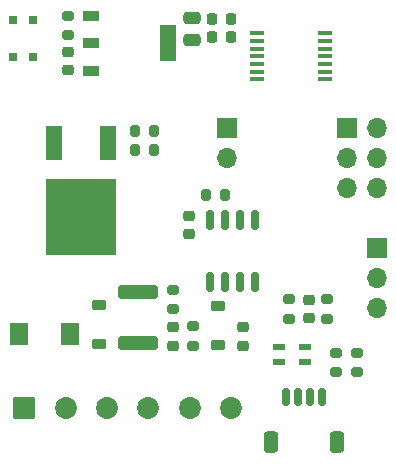
<source format=gts>
G04 #@! TF.GenerationSoftware,KiCad,Pcbnew,8.0.8*
G04 #@! TF.CreationDate,2025-03-05T20:48:14-06:00*
G04 #@! TF.ProjectId,Incipit11,496e6369-7069-4743-9131-2e6b69636164,A*
G04 #@! TF.SameCoordinates,Original*
G04 #@! TF.FileFunction,Soldermask,Top*
G04 #@! TF.FilePolarity,Negative*
%FSLAX46Y46*%
G04 Gerber Fmt 4.6, Leading zero omitted, Abs format (unit mm)*
G04 Created by KiCad (PCBNEW 8.0.8) date 2025-03-05 20:48:14*
%MOMM*%
%LPD*%
G01*
G04 APERTURE LIST*
G04 Aperture macros list*
%AMRoundRect*
0 Rectangle with rounded corners*
0 $1 Rounding radius*
0 $2 $3 $4 $5 $6 $7 $8 $9 X,Y pos of 4 corners*
0 Add a 4 corners polygon primitive as box body*
4,1,4,$2,$3,$4,$5,$6,$7,$8,$9,$2,$3,0*
0 Add four circle primitives for the rounded corners*
1,1,$1+$1,$2,$3*
1,1,$1+$1,$4,$5*
1,1,$1+$1,$6,$7*
1,1,$1+$1,$8,$9*
0 Add four rect primitives between the rounded corners*
20,1,$1+$1,$2,$3,$4,$5,0*
20,1,$1+$1,$4,$5,$6,$7,0*
20,1,$1+$1,$6,$7,$8,$9,0*
20,1,$1+$1,$8,$9,$2,$3,0*%
G04 Aperture macros list end*
%ADD10RoundRect,0.102000X-0.825000X-0.825000X0.825000X-0.825000X0.825000X0.825000X-0.825000X0.825000X0*%
%ADD11C,1.854000*%
%ADD12RoundRect,0.225000X-0.375000X0.225000X-0.375000X-0.225000X0.375000X-0.225000X0.375000X0.225000X0*%
%ADD13R,1.600000X1.900000*%
%ADD14RoundRect,0.200000X-0.275000X0.200000X-0.275000X-0.200000X0.275000X-0.200000X0.275000X0.200000X0*%
%ADD15RoundRect,0.200000X0.200000X0.275000X-0.200000X0.275000X-0.200000X-0.275000X0.200000X-0.275000X0*%
%ADD16RoundRect,0.250000X-1.450000X0.312500X-1.450000X-0.312500X1.450000X-0.312500X1.450000X0.312500X0*%
%ADD17R,1.400000X3.000000*%
%ADD18R,6.000000X6.500000*%
%ADD19RoundRect,0.225000X-0.250000X0.225000X-0.250000X-0.225000X0.250000X-0.225000X0.250000X0.225000X0*%
%ADD20RoundRect,0.200000X0.275000X-0.200000X0.275000X0.200000X-0.275000X0.200000X-0.275000X-0.200000X0*%
%ADD21RoundRect,0.225000X-0.225000X-0.250000X0.225000X-0.250000X0.225000X0.250000X-0.225000X0.250000X0*%
%ADD22RoundRect,0.225000X0.250000X-0.225000X0.250000X0.225000X-0.250000X0.225000X-0.250000X-0.225000X0*%
%ADD23R,0.650000X0.650000*%
%ADD24RoundRect,0.250000X0.475000X-0.250000X0.475000X0.250000X-0.475000X0.250000X-0.475000X-0.250000X0*%
%ADD25RoundRect,0.150000X0.150000X-0.675000X0.150000X0.675000X-0.150000X0.675000X-0.150000X-0.675000X0*%
%ADD26R,1.473200X0.889000*%
%ADD27R,1.473200X3.149600*%
%ADD28R,1.700000X1.700000*%
%ADD29O,1.700000X1.700000*%
%ADD30RoundRect,0.218750X0.256250X-0.218750X0.256250X0.218750X-0.256250X0.218750X-0.256250X-0.218750X0*%
%ADD31RoundRect,0.150000X-0.150000X-0.625000X0.150000X-0.625000X0.150000X0.625000X-0.150000X0.625000X0*%
%ADD32RoundRect,0.250000X-0.350000X-0.650000X0.350000X-0.650000X0.350000X0.650000X-0.350000X0.650000X0*%
%ADD33R,1.308100X0.355600*%
%ADD34R,1.000000X0.600000*%
%ADD35RoundRect,0.225000X0.375000X-0.225000X0.375000X0.225000X-0.375000X0.225000X-0.375000X-0.225000X0*%
G04 APERTURE END LIST*
D10*
X76800000Y-105000000D03*
D11*
X80300000Y-105000000D03*
X83800000Y-105000000D03*
X87300000Y-105000000D03*
X90800000Y-105000000D03*
X94300000Y-105000000D03*
D12*
X93200000Y-96350000D03*
X93200000Y-99650000D03*
D13*
X80645000Y-98700000D03*
X76345000Y-98700000D03*
D14*
X103200000Y-100275000D03*
X103200000Y-101925000D03*
X99200000Y-95775000D03*
X99200000Y-97425000D03*
D15*
X87825000Y-81500000D03*
X86175000Y-81500000D03*
X93795000Y-86900000D03*
X92145000Y-86900000D03*
D16*
X86400000Y-95162500D03*
X86400000Y-99437500D03*
D14*
X80500000Y-71750000D03*
X80500000Y-73400000D03*
D15*
X87825000Y-83100000D03*
X86175000Y-83100000D03*
D17*
X83900000Y-82550000D03*
X79300000Y-82550000D03*
D18*
X81600000Y-88800000D03*
D19*
X90770000Y-88725000D03*
X90770000Y-90275000D03*
D20*
X102400000Y-97425000D03*
X102400000Y-95775000D03*
D21*
X92725000Y-72000000D03*
X94275000Y-72000000D03*
D22*
X100900000Y-97375000D03*
X100900000Y-95825000D03*
D23*
X75875000Y-75275000D03*
X75875000Y-72125000D03*
X77525000Y-75275000D03*
X77525000Y-72125000D03*
D24*
X91000000Y-73850000D03*
X91000000Y-71950000D03*
D25*
X92530000Y-94300000D03*
X93800000Y-94300000D03*
X95070000Y-94300000D03*
X96340000Y-94300000D03*
X96340000Y-89050000D03*
X95070000Y-89050000D03*
X93800000Y-89050000D03*
X92530000Y-89050000D03*
D14*
X105000000Y-100275000D03*
X105000000Y-101925000D03*
D21*
X92725000Y-73600000D03*
X94275000Y-73600000D03*
D26*
X82436100Y-71788600D03*
X82436100Y-74100000D03*
X82436100Y-76411400D03*
D27*
X88963900Y-74100000D03*
D28*
X93980000Y-81280000D03*
D29*
X93980000Y-83820000D03*
D22*
X80500000Y-76375000D03*
X80500000Y-74825000D03*
D30*
X95300000Y-99700000D03*
X95300000Y-98125000D03*
X89400000Y-99700000D03*
X89400000Y-98125000D03*
D28*
X106680000Y-91440000D03*
D29*
X106680000Y-93980000D03*
X106680000Y-96520000D03*
D14*
X89400000Y-94975000D03*
X89400000Y-96625000D03*
D31*
X99000000Y-104000000D03*
X100000000Y-104000000D03*
X101000000Y-104000000D03*
X102000000Y-104000000D03*
D32*
X97700000Y-107875000D03*
X103300000Y-107875000D03*
D14*
X91100000Y-98050000D03*
X91100000Y-99700000D03*
D33*
X96498050Y-73249999D03*
X96498050Y-73900000D03*
X96498050Y-74550001D03*
X96498050Y-75200000D03*
X96498050Y-75849999D03*
X96498050Y-76500000D03*
X96498050Y-77149999D03*
X102301950Y-77150001D03*
X102301950Y-76500000D03*
X102301950Y-75850001D03*
X102301950Y-75200000D03*
X102301950Y-74550001D03*
X102301950Y-73900000D03*
X102301950Y-73250001D03*
D34*
X98400000Y-99800000D03*
X98400000Y-101100000D03*
X100600000Y-101100000D03*
X100600000Y-99800000D03*
D35*
X83100000Y-99550000D03*
X83100000Y-96250000D03*
D28*
X104140000Y-81280000D03*
D29*
X106680000Y-81280000D03*
X104140000Y-83820000D03*
X106680000Y-83820000D03*
X104140000Y-86360000D03*
X106680000Y-86360000D03*
M02*

</source>
